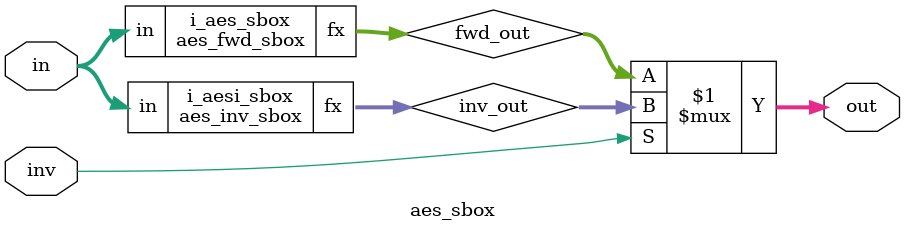
<source format=v>

/*

    Non-hardened combinatorial logic for AES, inverse AES, and SM4 S-Boxes.

    Each S-Box has a nonlinear middle layer sandwitched between linear
    top and bottom layers. In this version the top ("inner") layer expands
    8 bits to 21 bits while the bottom layer compresses 18 bits back to 8.

    Overall structure and AES and AES^-1 slightly modified from [BoPe12].
    SM4 top and bottom layers by Markku-Juhani O. Saarinen, January 2020.

    The middle layer is common between all; the beneficiality of muxing it
    depends on target. Currently we are not doing it.

    How? Because all of these are "Nyberg S-boxes" [Ny93]; built form a
    multiplicative inverse in GF(256) and are therefore affine isomorphic.

    [BoPe12] Boyar J., Peralta R. "A Small Depth-16 Circuit for the AES
    S-Box." Proc.SEC 2012. IFIP AICT 376. Springer, pp. 287-298 (2012)
    DOI: https://doi.org/10.1007/978-3-642-30436-1_24
    Preprint: https://eprint.iacr.org/2011/332.pdf

    [Ny93] Nyberg K., "Differentially Uniform Mappings for Cryptography",
    Proc. EUROCRYPT '93, LNCS 765, Springer, pp. 55-64 (1993)
    DOI: https://doi.org/10.1007/3-540-48285-7_6

*/

//  The shared non-linear middle part for AES, AES^-1, and SM4.

module sbox_inv_mid( output [17:0] y, input [20:0] x );

    /* verilator lint_off UNOPTFLAT */
    wire [45:0] t;
    /* verilator lint_on UNOPTFLAT */

    assign  t[ 0] = x[ 3] ^  x[12];
    assign  t[ 1] = x[ 9] &  x[ 5];
    assign  t[ 2] = x[17] &  x[ 6];
    assign  t[ 3] = x[10] ^  t[ 1];
    assign  t[ 4] = x[14] &  x[ 0];
    assign  t[ 5] = t[ 4] ^  t[ 1];
    assign  t[ 6] = x[ 3] &  x[12];
    assign  t[ 7] = x[16] &  x[ 7];
    assign  t[ 8] = t[ 0] ^  t[ 6];
    assign  t[ 9] = x[15] &  x[13];
    assign  t[10] = t[ 9] ^  t[ 6];
    assign  t[11] = x[ 1] &  x[11];
    assign  t[12] = x[ 4] &  x[20];
    assign  t[13] = t[12] ^  t[11];
    assign  t[14] = x[ 2] &  x[ 8];
    assign  t[15] = t[14] ^  t[11];
    assign  t[16] = t[ 3] ^  t[ 2];
    assign  t[17] = t[ 5] ^  x[18];
    assign  t[18] = t[ 8] ^  t[ 7];
    assign  t[19] = t[10] ^  t[15];
    assign  t[20] = t[16] ^  t[13];
    assign  t[21] = t[17] ^  t[15];
    assign  t[22] = t[18] ^  t[13];
    assign  t[23] = t[19] ^  x[19];
    assign  t[24] = t[22] ^  t[23];
    assign  t[25] = t[22] &  t[20];
    assign  t[26] = t[21] ^  t[25];
    assign  t[27] = t[20] ^  t[21];
    assign  t[28] = t[23] ^  t[25];
    assign  t[29] = t[28] &  t[27];
    assign  t[30] = t[26] &  t[24];
    assign  t[31] = t[20] &  t[23];
    assign  t[32] = t[27] &  t[31];
    assign  t[33] = t[27] ^  t[25];
    assign  t[34] = t[21] &  t[22];
    assign  t[35] = t[24] &  t[34];
    assign  t[36] = t[24] ^  t[25];
    assign  t[37] = t[21] ^  t[29];
    assign  t[38] = t[32] ^  t[33];
    assign  t[39] = t[23] ^  t[30];
    assign  t[40] = t[35] ^  t[36];
    assign  t[41] = t[38] ^  t[40];
    assign  t[42] = t[37] ^  t[39];
    assign  t[43] = t[37] ^  t[38];
    assign  t[44] = t[39] ^  t[40];
    assign  t[45] = t[42] ^  t[41];
    assign  y[ 0] = t[38] &  x[ 7];
    assign  y[ 1] = t[37] &  x[13];
    assign  y[ 2] = t[42] &  x[11];
    assign  y[ 3] = t[45] &  x[20];
    assign  y[ 4] = t[41] &  x[ 8];
    assign  y[ 5] = t[44] &  x[ 9];
    assign  y[ 6] = t[40] &  x[17];
    assign  y[ 7] = t[39] &  x[14];
    assign  y[ 8] = t[43] &  x[ 3];
    assign  y[ 9] = t[38] &  x[16];
    assign  y[10] = t[37] &  x[15];
    assign  y[11] = t[42] &  x[ 1];
    assign  y[12] = t[45] &  x[ 4];
    assign  y[13] = t[41] &  x[ 2];
    assign  y[14] = t[44] &  x[ 5];
    assign  y[15] = t[40] &  x[ 6];
    assign  y[16] = t[39] &  x[ 0];
    assign  y[17] = t[43] &  x[12];

endmodule

//  === AES (Forward) ===

`ifndef E1S_NO_AES

//  top (inner) linear layer for AES

module sbox_aes_top( output [20:0] y, input [7:0] x);

    /* verilator lint_off UNOPTFLAT */
    wire [5:0] t;
    /* verilator lint_on UNOPTFLAT */

    assign  y[ 0] = x[ 0];
    assign  y[ 1] = x[ 7] ^  x[ 4];
    assign  y[ 2] = x[ 7] ^  x[ 2];
    assign  y[ 3] = x[ 7] ^  x[ 1];
    assign  y[ 4] = x[ 4] ^  x[ 2];
    assign  t[ 0] = x[ 3] ^  x[ 1];
    assign  y[ 5] = y[ 1] ^  t[ 0];
    assign  t[ 1] = x[ 6] ^  x[ 5];
    assign  y[ 6] = x[ 0] ^  y[ 5];
    assign  y[ 7] = x[ 0] ^  t[ 1];
    assign  y[ 8] = y[ 5] ^  t[ 1];
    assign  t[ 2] = x[ 6] ^  x[ 2];
    assign  t[ 3] = x[ 5] ^  x[ 2];
    assign  y[ 9] = y[ 3] ^  y[ 4];
    assign  y[10] = y[ 5] ^  t[ 2];
    assign  y[11] = t[ 0] ^  t[ 2];
    assign  y[12] = t[ 0] ^  t[ 3];
    assign  y[13] = y[ 7] ^  y[12];
    assign  t[ 4] = x[ 4] ^  x[ 0];
    assign  y[14] = t[ 1] ^  t[ 4];
    assign  y[15] = y[ 1] ^  y[14];
    assign  t[ 5] = x[ 1] ^  x[ 0];
    assign  y[16] = t[ 1] ^  t[ 5];
    assign  y[17] = y[ 2] ^  y[16];
    assign  y[18] = y[ 2] ^  y[ 8];
    assign  y[19] = y[15] ^  y[13];
    assign  y[20] = y[ 1] ^  t[ 3];

endmodule

//  bottom (outer) linear layer for AES

module sbox_aes_out( output [7:0] y, input [17:0] x);

    /* verilator lint_off UNOPTFLAT */
    wire [29:0] t;
    /* verilator lint_on UNOPTFLAT */

    assign  t[ 0] = x[11] ^  x[12];
    assign  t[ 1] = x[ 0] ^  x[ 6];
    assign  t[ 2] = x[14] ^  x[16];
    assign  t[ 3] = x[15] ^  x[ 5];
    assign  t[ 4] = x[ 4] ^  x[ 8];
    assign  t[ 5] = x[17] ^  x[11];
    assign  t[ 6] = x[12] ^  t[ 5];
    assign  t[ 7] = x[14] ^  t[ 3];
    assign  t[ 8] = x[ 1] ^  x[ 9];
    assign  t[ 9] = x[ 2] ^  x[ 3];
    assign  t[10] = x[ 3] ^  t[ 4];
    assign  t[11] = x[10] ^  t[ 2];
    assign  t[12] = x[16] ^  x[ 1];
    assign  t[13] = x[ 0] ^  t[ 0];
    assign  t[14] = x[ 2] ^  x[11];
    assign  t[15] = x[ 5] ^  t[ 1];
    assign  t[16] = x[ 6] ^  t[ 0];
    assign  t[17] = x[ 7] ^  t[ 1];
    assign  t[18] = x[ 8] ^  t[ 8];
    assign  t[19] = x[13] ^  t[ 4];
    assign  t[20] = t[ 0] ^  t[ 1];
    assign  t[21] = t[ 1] ^  t[ 7];
    assign  t[22] = t[ 3] ^  t[12];
    assign  t[23] = t[18] ^  t[ 2];
    assign  t[24] = t[15] ^  t[ 9];
    assign  t[25] = t[ 6] ^  t[10];
    assign  t[26] = t[ 7] ^  t[ 9];
    assign  t[27] = t[ 8] ^  t[10];
    assign  t[28] = t[11] ^  t[14];
    assign  t[29] = t[11] ^  t[17];
    assign  y[ 0] = t[ 6] ^~ t[23];
    assign  y[ 1] = t[13] ^~ t[27];
    assign  y[ 2] = t[25] ^  t[29];
    assign  y[ 3] = t[20] ^  t[22];
    assign  y[ 4] = t[ 6] ^  t[21];
    assign  y[ 5] = t[19] ^~ t[28];
    assign  y[ 6] = t[16] ^~ t[26];
    assign  y[ 7] = t[ 6] ^  t[24];

endmodule

//  AES s-box

module aes_fwd_sbox( output [7:0] fx, input [7:0] in );

    /* verilator lint_off UNOPTFLAT */
    wire [20:0] t1;
    wire [17:0] t2;
    /* verilator lint_on UNOPTFLAT */

    sbox_aes_top top ( .y(t1), .x(in) );
    sbox_inv_mid mid ( .y(t2), .x(t1) );
    sbox_aes_out out ( .y(fx), .x(t2) );

endmodule

`endif


//  === AES^-1 (Inverse) ===

`ifndef E1S_NO_AESI

//  top (inner) linear layer for AES^-1

module sbox_aesi_top( output [20:0] y, input [7:0] x);

    /* verilator lint_off UNOPTFLAT */
    wire [4:0] t;
    /* verilator lint_on UNOPTFLAT */

    assign  y[17] = x[ 7] ^  x[ 4];
    assign  y[16] = x[ 6] ^~ x[ 4];
    assign  y[ 2] = x[ 7] ^~ x[ 6];
    assign  y[ 1] = x[ 4] ^  x[ 3];
    assign  y[18] = x[ 3] ^~ x[ 0];
    assign  t[ 0] = x[ 1] ^  x[ 0];
    assign  y[ 6] = x[ 6] ^~ y[17];
    assign  y[14] = y[16] ^  t[ 0];
    assign  y[ 7] = x[ 0] ^~ y[ 1];
    assign  y[ 8] = y[ 2] ^  y[18];
    assign  y[ 9] = y[ 2] ^  t[ 0];
    assign  y[ 3] = y[ 1] ^  t[ 0];
    assign  y[19] = x[ 5] ^~ y[ 1];
    assign  t[ 1] = x[ 6] ^  x[ 1];
    assign  y[13] = x[ 5] ^~ y[14];
    assign  y[15] = y[18] ^  t[ 1];
    assign  y[ 4] = x[ 3] ^  y[ 6];
    assign  t[ 2] = x[ 5] ^~ x[ 2];
    assign  t[ 3] = x[ 2] ^~ x[ 1];
    assign  t[ 4] = x[ 5] ^~ x[ 3];
    assign  y[ 5] = y[16] ^  t[ 2];
    assign  y[12] = t[ 1] ^  t[ 4];
    assign  y[20] = y[ 1] ^  t[ 3];
    assign  y[11] = y[ 8] ^  y[20];
    assign  y[10] = y[ 8] ^  t[ 3];
    assign  y[ 0] = x[ 7] ^  t[ 2];

endmodule

//  bottom (outer) linear layer for AES^-1

module sbox_aesi_out( output [7:0] y, input [17:0] x);

    /* verilator lint_off UNOPTFLAT */
    wire [29:0] t;
    /* verilator lint_on UNOPTFLAT */

    assign  t[ 0] = x[ 2] ^  x[11];
    assign  t[ 1] = x[ 8] ^  x[ 9];
    assign  t[ 2] = x[ 4] ^  x[12];
    assign  t[ 3] = x[15] ^  x[ 0];
    assign  t[ 4] = x[16] ^  x[ 6];
    assign  t[ 5] = x[14] ^  x[ 1];
    assign  t[ 6] = x[17] ^  x[10];
    assign  t[ 7] = t[ 0] ^  t[ 1];
    assign  t[ 8] = x[ 0] ^  x[ 3];
    assign  t[ 9] = x[ 5] ^  x[13];
    assign  t[10] = x[ 7] ^  t[ 4];
    assign  t[11] = t[ 0] ^  t[ 3];
    assign  t[12] = x[14] ^  x[16];
    assign  t[13] = x[17] ^  x[ 1];
    assign  t[14] = x[17] ^  x[12];
    assign  t[15] = x[ 4] ^  x[ 9];
    assign  t[16] = x[ 7] ^  x[11];
    assign  t[17] = x[ 8] ^  t[ 2];
    assign  t[18] = x[13] ^  t[ 5];
    assign  t[19] = t[ 2] ^  t[ 3];
    assign  t[20] = t[ 4] ^  t[ 6];
    assign  t[22] = t[ 2] ^  t[ 7];
    assign  t[23] = t[ 7] ^  t[ 8];
    assign  t[24] = t[ 5] ^  t[ 7];
    assign  t[25] = t[ 6] ^  t[10];
    assign  t[26] = t[ 9] ^  t[11];
    assign  t[27] = t[10] ^  t[18];
    assign  t[28] = t[11] ^  t[25];
    assign  t[29] = t[15] ^  t[20];
    assign  y[ 0] = t[ 9] ^  t[16];
    assign  y[ 1] = t[14] ^  t[23];
    assign  y[ 2] = t[19] ^  t[24];
    assign  y[ 3] = t[23] ^  t[27];
    assign  y[ 4] = t[12] ^  t[22];
    assign  y[ 5] = t[17] ^  t[28];
    assign  y[ 6] = t[26] ^  t[29];
    assign  y[ 7] = t[13] ^  t[22];

endmodule

//  AES inverse S-box

module aes_inv_sbox( output [7:0] fx, input [7:0] in );

    /* verilator lint_off UNOPTFLAT */
    wire [20:0] t1;
    wire [17:0] t2;
    /* verilator lint_on UNOPTFLAT */

    sbox_aesi_top top ( .y(t1), .x(in) );
    sbox_inv_mid mid  ( .y(t2), .x(t1) );
    sbox_aesi_out out ( .y(fx), .x(t2) );

endmodule

`endif


//
// Implement a single 1-byte lookup for the AES SBox or inverse SBox
module aes_sbox(
    input  wire [7:0] in    ,   // Input byte
    input  wire       inv   ,   // Perform inverse (set) or forward lookup
    output wire [7:0] out       // Output byte
);

wire [7:0] inv_out;
wire [7:0] fwd_out;

assign out = inv ? inv_out : fwd_out;

aes_inv_sbox i_aesi_sbox (
.in(in),
.fx(inv_out)
);

aes_fwd_sbox i_aes_sbox (
.in(in),
.fx(fwd_out)
);

endmodule

</source>
